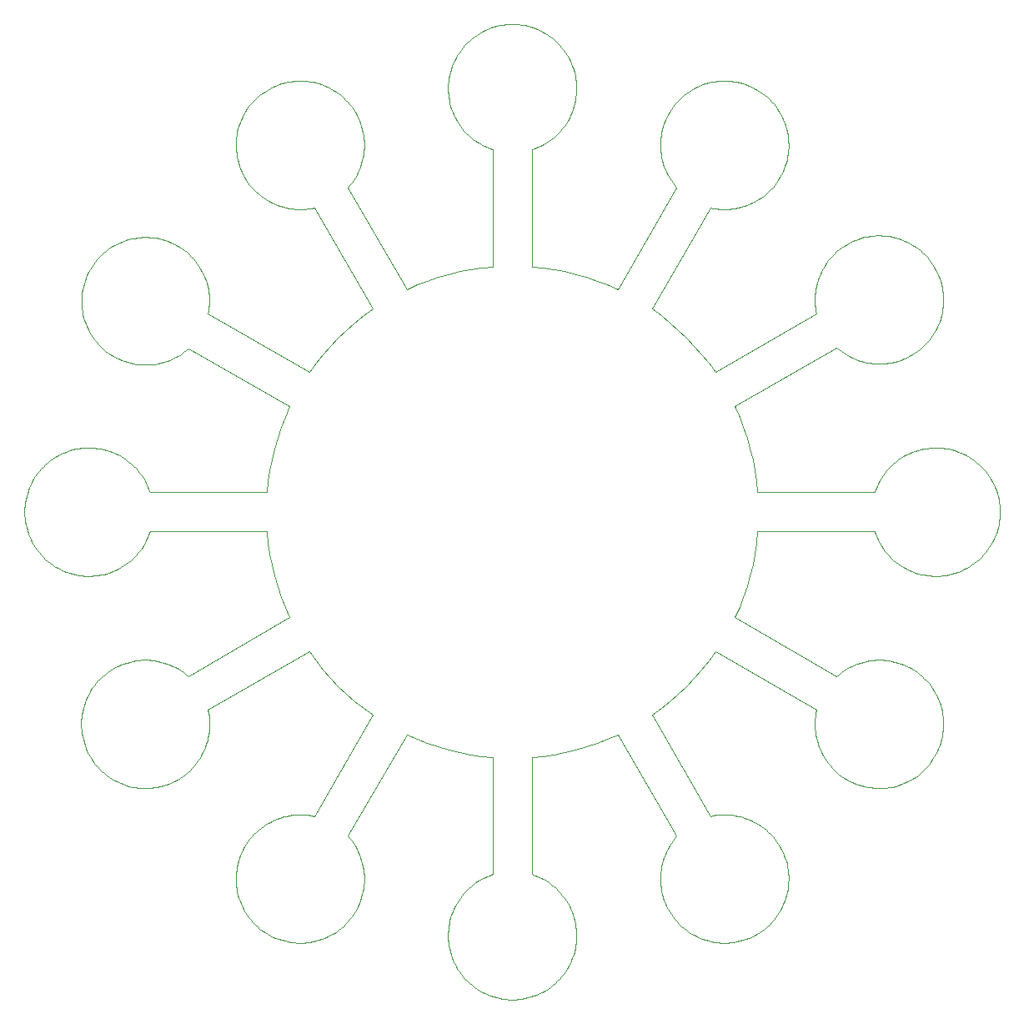
<source format=gtp>
G75*
G70*
%OFA0B0*%
%FSLAX24Y24*%
%IPPOS*%
%LPD*%
%AMOC8*
5,1,8,0,0,1.08239X$1,22.5*
%
%ADD10C,0.0010*%
D10*
X007661Y011913D02*
X007686Y011790D01*
X007705Y011666D01*
X007717Y011541D01*
X007724Y011416D01*
X007724Y011291D01*
X007719Y011166D01*
X007707Y011041D01*
X007689Y010917D01*
X007666Y010794D01*
X007636Y010673D01*
X007600Y010553D01*
X007559Y010434D01*
X007511Y010318D01*
X007458Y010205D01*
X007400Y010094D01*
X007336Y009986D01*
X007268Y009881D01*
X007194Y009780D01*
X007115Y009683D01*
X007032Y009589D01*
X006944Y009500D01*
X006852Y009415D01*
X006755Y009335D01*
X006655Y009259D01*
X006552Y009189D01*
X006445Y009124D01*
X006335Y009064D01*
X006222Y009009D01*
X006107Y008960D01*
X005990Y008917D01*
X005870Y008879D01*
X005749Y008847D01*
X005626Y008822D01*
X005503Y008802D01*
X005378Y008788D01*
X005253Y008781D01*
X005128Y008779D01*
X005003Y008784D01*
X004878Y008795D01*
X004754Y008812D01*
X004630Y008834D01*
X004509Y008863D01*
X004388Y008898D01*
X004270Y008939D01*
X004153Y008985D01*
X004039Y009037D01*
X003928Y009095D01*
X003820Y009158D01*
X003715Y009226D01*
X003613Y009299D01*
X003515Y009377D01*
X003421Y009460D01*
X003331Y009547D01*
X003246Y009639D01*
X003165Y009734D01*
X003088Y009834D01*
X003017Y009937D01*
X002951Y010043D01*
X002890Y010152D01*
X002835Y010265D01*
X002785Y010380D01*
X002741Y010497D01*
X002702Y010616D01*
X002670Y010737D01*
X002643Y010860D01*
X002622Y010983D01*
X002608Y011107D01*
X002599Y011232D01*
X002597Y011358D01*
X002601Y011483D01*
X002611Y011608D01*
X002627Y011732D01*
X002649Y011855D01*
X002677Y011977D01*
X002711Y012098D01*
X002750Y012217D01*
X002796Y012333D01*
X002847Y012448D01*
X002904Y012560D01*
X002966Y012668D01*
X003033Y012774D01*
X003106Y012876D01*
X003183Y012975D01*
X003265Y013069D01*
X003352Y013160D01*
X003443Y013246D01*
X003538Y013328D01*
X003637Y013405D01*
X003739Y013477D01*
X003845Y013544D01*
X003954Y013605D01*
X004066Y013661D01*
X004181Y013712D01*
X004297Y013757D01*
X004416Y013796D01*
X004537Y013830D01*
X004659Y013857D01*
X004783Y013879D01*
X004907Y013894D01*
X005032Y013904D01*
X005157Y013907D01*
X005282Y013904D01*
X005407Y013895D01*
X005532Y013880D01*
X005655Y013859D01*
X005777Y013832D01*
X005898Y013799D01*
X006017Y013760D01*
X006134Y013715D01*
X006249Y013665D01*
X006361Y013609D01*
X006470Y013547D01*
X006576Y013481D01*
X006679Y013409D01*
X006778Y013333D01*
X006874Y013251D01*
X006873Y013251D02*
X010929Y015614D01*
X011716Y014236D02*
X007661Y011913D01*
X011913Y007661D02*
X014236Y011716D01*
X015614Y010929D02*
X013251Y006873D01*
X013251Y006874D02*
X013333Y006778D01*
X013409Y006679D01*
X013481Y006576D01*
X013547Y006470D01*
X013609Y006361D01*
X013665Y006249D01*
X013715Y006134D01*
X013760Y006017D01*
X013799Y005898D01*
X013832Y005777D01*
X013859Y005655D01*
X013880Y005532D01*
X013895Y005407D01*
X013904Y005282D01*
X013907Y005157D01*
X013904Y005032D01*
X013894Y004907D01*
X013879Y004783D01*
X013857Y004659D01*
X013830Y004537D01*
X013796Y004416D01*
X013757Y004297D01*
X013712Y004181D01*
X013661Y004066D01*
X013605Y003954D01*
X013544Y003845D01*
X013477Y003739D01*
X013405Y003637D01*
X013328Y003538D01*
X013246Y003443D01*
X013160Y003352D01*
X013069Y003265D01*
X012975Y003183D01*
X012876Y003106D01*
X012774Y003033D01*
X012668Y002966D01*
X012560Y002904D01*
X012448Y002847D01*
X012333Y002796D01*
X012217Y002750D01*
X012098Y002711D01*
X011977Y002677D01*
X011855Y002649D01*
X011732Y002627D01*
X011608Y002611D01*
X011483Y002601D01*
X011358Y002597D01*
X011232Y002599D01*
X011107Y002608D01*
X010983Y002622D01*
X010860Y002643D01*
X010737Y002670D01*
X010616Y002702D01*
X010497Y002741D01*
X010380Y002785D01*
X010265Y002835D01*
X010152Y002890D01*
X010043Y002951D01*
X009937Y003017D01*
X009834Y003088D01*
X009734Y003165D01*
X009639Y003246D01*
X009547Y003331D01*
X009460Y003421D01*
X009377Y003515D01*
X009299Y003613D01*
X009226Y003715D01*
X009158Y003820D01*
X009095Y003928D01*
X009037Y004039D01*
X008985Y004153D01*
X008939Y004270D01*
X008898Y004388D01*
X008863Y004509D01*
X008834Y004630D01*
X008812Y004754D01*
X008795Y004878D01*
X008784Y005003D01*
X008779Y005128D01*
X008781Y005253D01*
X008788Y005378D01*
X008802Y005503D01*
X008822Y005626D01*
X008847Y005749D01*
X008879Y005870D01*
X008917Y005990D01*
X008960Y006107D01*
X009009Y006222D01*
X009064Y006335D01*
X009124Y006445D01*
X009189Y006552D01*
X009259Y006655D01*
X009335Y006755D01*
X009415Y006852D01*
X009500Y006944D01*
X009589Y007032D01*
X009683Y007115D01*
X009780Y007194D01*
X009881Y007268D01*
X009986Y007336D01*
X010094Y007400D01*
X010205Y007458D01*
X010318Y007511D01*
X010434Y007559D01*
X010553Y007600D01*
X010673Y007636D01*
X010794Y007666D01*
X010917Y007689D01*
X011041Y007707D01*
X011166Y007719D01*
X011291Y007724D01*
X011416Y007724D01*
X011541Y007717D01*
X011666Y007705D01*
X011790Y007686D01*
X011913Y007661D01*
X019039Y005338D02*
X019039Y010023D01*
X020614Y010023D02*
X020614Y005338D01*
X020613Y005338D02*
X020732Y005297D01*
X020848Y005250D01*
X020961Y005197D01*
X021072Y005139D01*
X021180Y005076D01*
X021284Y005007D01*
X021386Y004933D01*
X021483Y004855D01*
X021576Y004772D01*
X021666Y004684D01*
X021751Y004592D01*
X021831Y004497D01*
X021907Y004397D01*
X021977Y004294D01*
X022043Y004187D01*
X022103Y004077D01*
X022158Y003965D01*
X022207Y003850D01*
X022251Y003733D01*
X022289Y003613D01*
X022321Y003492D01*
X022347Y003370D01*
X022367Y003247D01*
X022381Y003122D01*
X022389Y002997D01*
X022391Y002872D01*
X022387Y002747D01*
X022376Y002622D01*
X022360Y002498D01*
X022337Y002375D01*
X022309Y002253D01*
X022275Y002133D01*
X022234Y002015D01*
X022189Y001898D01*
X022137Y001784D01*
X022080Y001673D01*
X022018Y001564D01*
X021950Y001459D01*
X021877Y001357D01*
X021800Y001259D01*
X021718Y001165D01*
X021631Y001075D01*
X021540Y000989D01*
X021445Y000907D01*
X021346Y000831D01*
X021243Y000759D01*
X021137Y000693D01*
X021028Y000631D01*
X020916Y000575D01*
X020802Y000525D01*
X020685Y000480D01*
X020566Y000441D01*
X020445Y000408D01*
X020323Y000381D01*
X020200Y000359D01*
X020076Y000344D01*
X019951Y000335D01*
X019826Y000332D01*
X019701Y000335D01*
X019576Y000344D01*
X019452Y000359D01*
X019329Y000381D01*
X019207Y000408D01*
X019086Y000441D01*
X018967Y000480D01*
X018850Y000525D01*
X018736Y000575D01*
X018624Y000631D01*
X018515Y000693D01*
X018409Y000759D01*
X018306Y000831D01*
X018207Y000907D01*
X018112Y000989D01*
X018021Y001075D01*
X017934Y001165D01*
X017852Y001259D01*
X017775Y001357D01*
X017702Y001459D01*
X017634Y001564D01*
X017572Y001673D01*
X017515Y001784D01*
X017463Y001898D01*
X017418Y002015D01*
X017377Y002133D01*
X017343Y002253D01*
X017315Y002375D01*
X017292Y002498D01*
X017276Y002622D01*
X017265Y002747D01*
X017261Y002872D01*
X017263Y002997D01*
X017271Y003122D01*
X017285Y003247D01*
X017305Y003370D01*
X017331Y003492D01*
X017363Y003613D01*
X017401Y003733D01*
X017445Y003850D01*
X017494Y003965D01*
X017549Y004077D01*
X017609Y004187D01*
X017675Y004294D01*
X017745Y004397D01*
X017821Y004497D01*
X017901Y004592D01*
X017986Y004684D01*
X018076Y004772D01*
X018169Y004855D01*
X018266Y004933D01*
X018368Y005007D01*
X018472Y005076D01*
X018580Y005139D01*
X018691Y005197D01*
X018804Y005250D01*
X018920Y005297D01*
X019039Y005338D01*
X024039Y010929D02*
X026401Y006873D01*
X027740Y007661D02*
X025417Y011716D01*
X027936Y014236D02*
X031991Y011913D01*
X032779Y013251D02*
X028724Y015614D01*
X029629Y019039D02*
X034314Y019039D01*
X034314Y020614D02*
X029629Y020614D01*
X028724Y024039D02*
X032779Y026401D01*
X031991Y027740D02*
X027936Y025417D01*
X025417Y027936D02*
X027740Y031991D01*
X026401Y032779D02*
X024039Y028724D01*
X020614Y029629D02*
X020614Y034314D01*
X019039Y034314D02*
X019039Y029629D01*
X015614Y028724D02*
X013251Y032779D01*
X011913Y031991D02*
X014236Y027936D01*
X011716Y025417D02*
X007661Y027740D01*
X006873Y026362D02*
X010929Y024039D01*
X010023Y020614D02*
X005338Y020614D01*
X005338Y019039D02*
X010023Y019039D01*
X005338Y019039D02*
X005297Y018920D01*
X005250Y018804D01*
X005197Y018691D01*
X005139Y018580D01*
X005076Y018472D01*
X005007Y018368D01*
X004933Y018266D01*
X004855Y018169D01*
X004772Y018076D01*
X004684Y017986D01*
X004592Y017901D01*
X004497Y017821D01*
X004397Y017745D01*
X004294Y017675D01*
X004187Y017609D01*
X004077Y017549D01*
X003965Y017494D01*
X003850Y017445D01*
X003733Y017401D01*
X003613Y017363D01*
X003492Y017331D01*
X003370Y017305D01*
X003247Y017285D01*
X003122Y017271D01*
X002997Y017263D01*
X002872Y017261D01*
X002747Y017265D01*
X002622Y017276D01*
X002498Y017292D01*
X002375Y017315D01*
X002253Y017343D01*
X002133Y017377D01*
X002015Y017418D01*
X001898Y017463D01*
X001784Y017515D01*
X001673Y017572D01*
X001564Y017634D01*
X001459Y017702D01*
X001357Y017775D01*
X001259Y017852D01*
X001165Y017934D01*
X001075Y018021D01*
X000989Y018112D01*
X000907Y018207D01*
X000831Y018306D01*
X000759Y018409D01*
X000693Y018515D01*
X000631Y018624D01*
X000575Y018736D01*
X000525Y018850D01*
X000480Y018967D01*
X000441Y019086D01*
X000408Y019207D01*
X000381Y019329D01*
X000359Y019452D01*
X000344Y019576D01*
X000335Y019701D01*
X000332Y019826D01*
X000335Y019951D01*
X000344Y020076D01*
X000359Y020200D01*
X000381Y020323D01*
X000408Y020445D01*
X000441Y020566D01*
X000480Y020685D01*
X000525Y020802D01*
X000575Y020916D01*
X000631Y021028D01*
X000693Y021137D01*
X000759Y021243D01*
X000831Y021346D01*
X000907Y021445D01*
X000989Y021540D01*
X001075Y021631D01*
X001165Y021718D01*
X001259Y021800D01*
X001357Y021877D01*
X001459Y021950D01*
X001564Y022018D01*
X001673Y022080D01*
X001784Y022137D01*
X001898Y022189D01*
X002015Y022234D01*
X002133Y022275D01*
X002253Y022309D01*
X002375Y022337D01*
X002498Y022360D01*
X002622Y022376D01*
X002747Y022387D01*
X002872Y022391D01*
X002997Y022389D01*
X003122Y022381D01*
X003247Y022367D01*
X003370Y022347D01*
X003492Y022321D01*
X003613Y022289D01*
X003733Y022251D01*
X003850Y022207D01*
X003965Y022158D01*
X004077Y022103D01*
X004187Y022043D01*
X004294Y021977D01*
X004397Y021907D01*
X004497Y021831D01*
X004592Y021751D01*
X004684Y021666D01*
X004772Y021576D01*
X004855Y021483D01*
X004933Y021386D01*
X005007Y021284D01*
X005076Y021180D01*
X005139Y021072D01*
X005197Y020961D01*
X005250Y020848D01*
X005297Y020732D01*
X005338Y020613D01*
X006873Y026362D02*
X006779Y026281D01*
X006681Y026204D01*
X006580Y026133D01*
X006475Y026066D01*
X006366Y026005D01*
X006255Y025949D01*
X006142Y025898D01*
X006026Y025853D01*
X005908Y025814D01*
X005788Y025780D01*
X005667Y025753D01*
X005545Y025731D01*
X005421Y025715D01*
X005298Y025706D01*
X005173Y025702D01*
X005049Y025704D01*
X004925Y025713D01*
X004801Y025727D01*
X004679Y025748D01*
X004557Y025774D01*
X004437Y025807D01*
X004319Y025845D01*
X004203Y025889D01*
X004089Y025938D01*
X003977Y025993D01*
X003869Y026053D01*
X003763Y026119D01*
X003661Y026190D01*
X003562Y026265D01*
X003467Y026345D01*
X003376Y026430D01*
X003289Y026519D01*
X003207Y026612D01*
X003129Y026710D01*
X003057Y026810D01*
X002989Y026914D01*
X002926Y027022D01*
X002869Y027132D01*
X002817Y027245D01*
X002771Y027360D01*
X002730Y027478D01*
X002695Y027597D01*
X002666Y027718D01*
X002643Y027840D01*
X002626Y027963D01*
X002614Y028087D01*
X002609Y028211D01*
X002610Y028336D01*
X002617Y028460D01*
X002630Y028583D01*
X002649Y028706D01*
X002674Y028828D01*
X002705Y028948D01*
X002742Y029067D01*
X002784Y029184D01*
X002833Y029299D01*
X002886Y029411D01*
X002945Y029520D01*
X003010Y029627D01*
X003079Y029730D01*
X003153Y029829D01*
X003232Y029925D01*
X003316Y030017D01*
X003404Y030105D01*
X003496Y030188D01*
X003592Y030267D01*
X003692Y030341D01*
X003796Y030410D01*
X003902Y030474D01*
X004012Y030533D01*
X004124Y030586D01*
X004239Y030634D01*
X004356Y030676D01*
X004475Y030712D01*
X004595Y030743D01*
X004717Y030767D01*
X004840Y030786D01*
X004964Y030798D01*
X005088Y030805D01*
X005212Y030805D01*
X005336Y030800D01*
X005460Y030788D01*
X005583Y030771D01*
X005705Y030747D01*
X005826Y030718D01*
X005945Y030683D01*
X006063Y030641D01*
X006178Y030595D01*
X006291Y030542D01*
X006401Y030485D01*
X006508Y030422D01*
X006612Y030354D01*
X006712Y030280D01*
X006809Y030202D01*
X006902Y030120D01*
X006991Y030033D01*
X007075Y029942D01*
X007155Y029846D01*
X007230Y029747D01*
X007301Y029645D01*
X007366Y029539D01*
X007426Y029430D01*
X007480Y029319D01*
X007529Y029204D01*
X007573Y029088D01*
X007611Y028969D01*
X007643Y028849D01*
X007669Y028728D01*
X007689Y028605D01*
X007703Y028482D01*
X007711Y028357D01*
X007713Y028233D01*
X007709Y028109D01*
X007699Y027985D01*
X007683Y027862D01*
X007661Y027739D01*
X011913Y031991D02*
X011790Y031966D01*
X011666Y031947D01*
X011541Y031935D01*
X011416Y031928D01*
X011291Y031928D01*
X011166Y031933D01*
X011041Y031945D01*
X010917Y031963D01*
X010794Y031986D01*
X010673Y032016D01*
X010553Y032052D01*
X010434Y032093D01*
X010318Y032141D01*
X010205Y032194D01*
X010094Y032252D01*
X009986Y032316D01*
X009881Y032384D01*
X009780Y032458D01*
X009683Y032537D01*
X009589Y032620D01*
X009500Y032708D01*
X009415Y032800D01*
X009335Y032897D01*
X009259Y032997D01*
X009189Y033100D01*
X009124Y033207D01*
X009064Y033317D01*
X009009Y033430D01*
X008960Y033545D01*
X008917Y033662D01*
X008879Y033782D01*
X008847Y033903D01*
X008822Y034026D01*
X008802Y034149D01*
X008788Y034274D01*
X008781Y034399D01*
X008779Y034524D01*
X008784Y034649D01*
X008795Y034774D01*
X008812Y034898D01*
X008834Y035022D01*
X008863Y035143D01*
X008898Y035264D01*
X008939Y035382D01*
X008985Y035499D01*
X009037Y035613D01*
X009095Y035724D01*
X009158Y035832D01*
X009226Y035937D01*
X009299Y036039D01*
X009377Y036137D01*
X009460Y036231D01*
X009547Y036321D01*
X009639Y036406D01*
X009734Y036487D01*
X009834Y036564D01*
X009937Y036635D01*
X010043Y036701D01*
X010152Y036762D01*
X010265Y036817D01*
X010380Y036867D01*
X010497Y036911D01*
X010616Y036950D01*
X010737Y036982D01*
X010860Y037009D01*
X010983Y037030D01*
X011107Y037044D01*
X011232Y037053D01*
X011358Y037055D01*
X011483Y037051D01*
X011608Y037041D01*
X011732Y037025D01*
X011855Y037003D01*
X011977Y036975D01*
X012098Y036941D01*
X012217Y036902D01*
X012333Y036856D01*
X012448Y036805D01*
X012560Y036748D01*
X012668Y036686D01*
X012774Y036619D01*
X012876Y036546D01*
X012975Y036469D01*
X013069Y036387D01*
X013160Y036300D01*
X013246Y036209D01*
X013328Y036114D01*
X013405Y036015D01*
X013477Y035913D01*
X013544Y035807D01*
X013605Y035698D01*
X013661Y035586D01*
X013712Y035471D01*
X013757Y035355D01*
X013796Y035236D01*
X013830Y035115D01*
X013857Y034993D01*
X013879Y034869D01*
X013894Y034745D01*
X013904Y034620D01*
X013907Y034495D01*
X013904Y034370D01*
X013895Y034245D01*
X013880Y034120D01*
X013859Y033997D01*
X013832Y033875D01*
X013799Y033754D01*
X013760Y033635D01*
X013715Y033518D01*
X013665Y033403D01*
X013609Y033291D01*
X013547Y033182D01*
X013481Y033076D01*
X013409Y032973D01*
X013333Y032874D01*
X013251Y032778D01*
X019039Y034314D02*
X018920Y034355D01*
X018804Y034402D01*
X018691Y034455D01*
X018580Y034513D01*
X018472Y034576D01*
X018368Y034645D01*
X018266Y034719D01*
X018169Y034797D01*
X018076Y034880D01*
X017986Y034968D01*
X017901Y035060D01*
X017821Y035155D01*
X017745Y035255D01*
X017675Y035358D01*
X017609Y035465D01*
X017549Y035575D01*
X017494Y035687D01*
X017445Y035802D01*
X017401Y035919D01*
X017363Y036039D01*
X017331Y036160D01*
X017305Y036282D01*
X017285Y036405D01*
X017271Y036530D01*
X017263Y036655D01*
X017261Y036780D01*
X017265Y036905D01*
X017276Y037030D01*
X017292Y037154D01*
X017315Y037277D01*
X017343Y037399D01*
X017377Y037519D01*
X017418Y037637D01*
X017463Y037754D01*
X017515Y037868D01*
X017572Y037979D01*
X017634Y038088D01*
X017702Y038193D01*
X017775Y038295D01*
X017852Y038393D01*
X017934Y038487D01*
X018021Y038577D01*
X018112Y038663D01*
X018207Y038745D01*
X018306Y038821D01*
X018409Y038893D01*
X018515Y038959D01*
X018624Y039021D01*
X018736Y039077D01*
X018850Y039127D01*
X018967Y039172D01*
X019086Y039211D01*
X019207Y039244D01*
X019329Y039271D01*
X019452Y039293D01*
X019576Y039308D01*
X019701Y039317D01*
X019826Y039320D01*
X019951Y039317D01*
X020076Y039308D01*
X020200Y039293D01*
X020323Y039271D01*
X020445Y039244D01*
X020566Y039211D01*
X020685Y039172D01*
X020802Y039127D01*
X020916Y039077D01*
X021028Y039021D01*
X021137Y038959D01*
X021243Y038893D01*
X021346Y038821D01*
X021445Y038745D01*
X021540Y038663D01*
X021631Y038577D01*
X021718Y038487D01*
X021800Y038393D01*
X021877Y038295D01*
X021950Y038193D01*
X022018Y038088D01*
X022080Y037979D01*
X022137Y037868D01*
X022189Y037754D01*
X022234Y037637D01*
X022275Y037519D01*
X022309Y037399D01*
X022337Y037277D01*
X022360Y037154D01*
X022376Y037030D01*
X022387Y036905D01*
X022391Y036780D01*
X022389Y036655D01*
X022381Y036530D01*
X022367Y036405D01*
X022347Y036282D01*
X022321Y036160D01*
X022289Y036039D01*
X022251Y035919D01*
X022207Y035802D01*
X022158Y035687D01*
X022103Y035575D01*
X022043Y035465D01*
X021977Y035358D01*
X021907Y035255D01*
X021831Y035155D01*
X021751Y035060D01*
X021666Y034968D01*
X021576Y034880D01*
X021483Y034797D01*
X021386Y034719D01*
X021284Y034645D01*
X021180Y034576D01*
X021072Y034513D01*
X020961Y034455D01*
X020848Y034402D01*
X020732Y034355D01*
X020613Y034314D01*
X026401Y032778D02*
X026319Y032874D01*
X026243Y032973D01*
X026171Y033076D01*
X026105Y033182D01*
X026043Y033291D01*
X025987Y033403D01*
X025937Y033518D01*
X025892Y033635D01*
X025853Y033754D01*
X025820Y033875D01*
X025793Y033997D01*
X025772Y034120D01*
X025757Y034245D01*
X025748Y034370D01*
X025745Y034495D01*
X025748Y034620D01*
X025758Y034745D01*
X025773Y034869D01*
X025795Y034993D01*
X025822Y035115D01*
X025856Y035236D01*
X025895Y035355D01*
X025940Y035471D01*
X025991Y035586D01*
X026047Y035698D01*
X026108Y035807D01*
X026175Y035913D01*
X026247Y036015D01*
X026324Y036114D01*
X026406Y036209D01*
X026492Y036300D01*
X026583Y036387D01*
X026677Y036469D01*
X026776Y036546D01*
X026878Y036619D01*
X026984Y036686D01*
X027092Y036748D01*
X027204Y036805D01*
X027319Y036856D01*
X027435Y036902D01*
X027554Y036941D01*
X027675Y036975D01*
X027797Y037003D01*
X027920Y037025D01*
X028044Y037041D01*
X028169Y037051D01*
X028294Y037055D01*
X028420Y037053D01*
X028545Y037044D01*
X028669Y037030D01*
X028792Y037009D01*
X028915Y036982D01*
X029036Y036950D01*
X029155Y036911D01*
X029272Y036867D01*
X029387Y036817D01*
X029500Y036762D01*
X029609Y036701D01*
X029715Y036635D01*
X029818Y036564D01*
X029918Y036487D01*
X030013Y036406D01*
X030105Y036321D01*
X030192Y036231D01*
X030275Y036137D01*
X030353Y036039D01*
X030426Y035937D01*
X030494Y035832D01*
X030557Y035724D01*
X030615Y035613D01*
X030667Y035499D01*
X030713Y035382D01*
X030754Y035264D01*
X030789Y035143D01*
X030818Y035022D01*
X030840Y034898D01*
X030857Y034774D01*
X030868Y034649D01*
X030873Y034524D01*
X030871Y034399D01*
X030864Y034274D01*
X030850Y034149D01*
X030830Y034026D01*
X030805Y033903D01*
X030773Y033782D01*
X030735Y033662D01*
X030692Y033545D01*
X030643Y033430D01*
X030588Y033317D01*
X030528Y033207D01*
X030463Y033100D01*
X030393Y032997D01*
X030317Y032897D01*
X030237Y032800D01*
X030152Y032708D01*
X030063Y032620D01*
X029969Y032537D01*
X029872Y032458D01*
X029771Y032384D01*
X029666Y032316D01*
X029558Y032252D01*
X029447Y032194D01*
X029334Y032141D01*
X029218Y032093D01*
X029099Y032052D01*
X028979Y032016D01*
X028858Y031986D01*
X028735Y031963D01*
X028611Y031945D01*
X028486Y031933D01*
X028361Y031928D01*
X028236Y031928D01*
X028111Y031935D01*
X027986Y031947D01*
X027862Y031966D01*
X027739Y031991D01*
X031991Y027739D02*
X031966Y027862D01*
X031947Y027986D01*
X031935Y028111D01*
X031928Y028236D01*
X031928Y028361D01*
X031933Y028486D01*
X031945Y028611D01*
X031963Y028735D01*
X031986Y028858D01*
X032016Y028979D01*
X032052Y029099D01*
X032093Y029218D01*
X032141Y029334D01*
X032194Y029447D01*
X032252Y029558D01*
X032316Y029666D01*
X032384Y029771D01*
X032458Y029872D01*
X032537Y029969D01*
X032620Y030063D01*
X032708Y030152D01*
X032800Y030237D01*
X032897Y030317D01*
X032997Y030393D01*
X033100Y030463D01*
X033207Y030528D01*
X033317Y030588D01*
X033430Y030643D01*
X033545Y030692D01*
X033662Y030735D01*
X033782Y030773D01*
X033903Y030805D01*
X034026Y030830D01*
X034149Y030850D01*
X034274Y030864D01*
X034399Y030871D01*
X034524Y030873D01*
X034649Y030868D01*
X034774Y030857D01*
X034898Y030840D01*
X035022Y030818D01*
X035143Y030789D01*
X035264Y030754D01*
X035382Y030713D01*
X035499Y030667D01*
X035613Y030615D01*
X035724Y030557D01*
X035832Y030494D01*
X035937Y030426D01*
X036039Y030353D01*
X036137Y030275D01*
X036231Y030192D01*
X036321Y030105D01*
X036406Y030013D01*
X036487Y029918D01*
X036564Y029818D01*
X036635Y029715D01*
X036701Y029609D01*
X036762Y029500D01*
X036817Y029387D01*
X036867Y029272D01*
X036911Y029155D01*
X036950Y029036D01*
X036982Y028915D01*
X037009Y028792D01*
X037030Y028669D01*
X037044Y028545D01*
X037053Y028420D01*
X037055Y028294D01*
X037051Y028169D01*
X037041Y028044D01*
X037025Y027920D01*
X037003Y027797D01*
X036975Y027675D01*
X036941Y027554D01*
X036902Y027435D01*
X036856Y027319D01*
X036805Y027204D01*
X036748Y027092D01*
X036686Y026984D01*
X036619Y026878D01*
X036546Y026776D01*
X036469Y026677D01*
X036387Y026583D01*
X036300Y026492D01*
X036209Y026406D01*
X036114Y026324D01*
X036015Y026247D01*
X035913Y026175D01*
X035807Y026108D01*
X035698Y026047D01*
X035586Y025991D01*
X035471Y025940D01*
X035355Y025895D01*
X035236Y025856D01*
X035115Y025822D01*
X034993Y025795D01*
X034869Y025773D01*
X034745Y025758D01*
X034620Y025748D01*
X034495Y025745D01*
X034370Y025748D01*
X034245Y025757D01*
X034120Y025772D01*
X033997Y025793D01*
X033875Y025820D01*
X033754Y025853D01*
X033635Y025892D01*
X033518Y025937D01*
X033403Y025987D01*
X033291Y026043D01*
X033182Y026105D01*
X033076Y026171D01*
X032973Y026243D01*
X032874Y026319D01*
X032778Y026401D01*
X034314Y020613D02*
X034355Y020732D01*
X034402Y020848D01*
X034455Y020961D01*
X034513Y021072D01*
X034576Y021180D01*
X034645Y021284D01*
X034719Y021386D01*
X034797Y021483D01*
X034880Y021576D01*
X034968Y021666D01*
X035060Y021751D01*
X035155Y021831D01*
X035255Y021907D01*
X035358Y021977D01*
X035465Y022043D01*
X035575Y022103D01*
X035687Y022158D01*
X035802Y022207D01*
X035919Y022251D01*
X036039Y022289D01*
X036160Y022321D01*
X036282Y022347D01*
X036405Y022367D01*
X036530Y022381D01*
X036655Y022389D01*
X036780Y022391D01*
X036905Y022387D01*
X037030Y022376D01*
X037154Y022360D01*
X037277Y022337D01*
X037399Y022309D01*
X037519Y022275D01*
X037637Y022234D01*
X037754Y022189D01*
X037868Y022137D01*
X037979Y022080D01*
X038088Y022018D01*
X038193Y021950D01*
X038295Y021877D01*
X038393Y021800D01*
X038487Y021718D01*
X038577Y021631D01*
X038663Y021540D01*
X038745Y021445D01*
X038821Y021346D01*
X038893Y021243D01*
X038959Y021137D01*
X039021Y021028D01*
X039077Y020916D01*
X039127Y020802D01*
X039172Y020685D01*
X039211Y020566D01*
X039244Y020445D01*
X039271Y020323D01*
X039293Y020200D01*
X039308Y020076D01*
X039317Y019951D01*
X039320Y019826D01*
X039317Y019701D01*
X039308Y019576D01*
X039293Y019452D01*
X039271Y019329D01*
X039244Y019207D01*
X039211Y019086D01*
X039172Y018967D01*
X039127Y018850D01*
X039077Y018736D01*
X039021Y018624D01*
X038959Y018515D01*
X038893Y018409D01*
X038821Y018306D01*
X038745Y018207D01*
X038663Y018112D01*
X038577Y018021D01*
X038487Y017934D01*
X038393Y017852D01*
X038295Y017775D01*
X038193Y017702D01*
X038088Y017634D01*
X037979Y017572D01*
X037868Y017515D01*
X037754Y017463D01*
X037637Y017418D01*
X037519Y017377D01*
X037399Y017343D01*
X037277Y017315D01*
X037154Y017292D01*
X037030Y017276D01*
X036905Y017265D01*
X036780Y017261D01*
X036655Y017263D01*
X036530Y017271D01*
X036405Y017285D01*
X036282Y017305D01*
X036160Y017331D01*
X036039Y017363D01*
X035919Y017401D01*
X035802Y017445D01*
X035687Y017494D01*
X035575Y017549D01*
X035465Y017609D01*
X035358Y017675D01*
X035255Y017745D01*
X035155Y017821D01*
X035060Y017901D01*
X034968Y017986D01*
X034880Y018076D01*
X034797Y018169D01*
X034719Y018266D01*
X034645Y018368D01*
X034576Y018472D01*
X034513Y018580D01*
X034455Y018691D01*
X034402Y018804D01*
X034355Y018920D01*
X034314Y019039D01*
X032778Y013251D02*
X032874Y013333D01*
X032973Y013409D01*
X033076Y013481D01*
X033182Y013547D01*
X033291Y013609D01*
X033403Y013665D01*
X033518Y013715D01*
X033635Y013760D01*
X033754Y013799D01*
X033875Y013832D01*
X033997Y013859D01*
X034120Y013880D01*
X034245Y013895D01*
X034370Y013904D01*
X034495Y013907D01*
X034620Y013904D01*
X034745Y013894D01*
X034869Y013879D01*
X034993Y013857D01*
X035115Y013830D01*
X035236Y013796D01*
X035355Y013757D01*
X035471Y013712D01*
X035586Y013661D01*
X035698Y013605D01*
X035807Y013544D01*
X035913Y013477D01*
X036015Y013405D01*
X036114Y013328D01*
X036209Y013246D01*
X036300Y013160D01*
X036387Y013069D01*
X036469Y012975D01*
X036546Y012876D01*
X036619Y012774D01*
X036686Y012668D01*
X036748Y012560D01*
X036805Y012448D01*
X036856Y012333D01*
X036902Y012217D01*
X036941Y012098D01*
X036975Y011977D01*
X037003Y011855D01*
X037025Y011732D01*
X037041Y011608D01*
X037051Y011483D01*
X037055Y011358D01*
X037053Y011232D01*
X037044Y011107D01*
X037030Y010983D01*
X037009Y010860D01*
X036982Y010737D01*
X036950Y010616D01*
X036911Y010497D01*
X036867Y010380D01*
X036817Y010265D01*
X036762Y010152D01*
X036701Y010043D01*
X036635Y009937D01*
X036564Y009834D01*
X036487Y009734D01*
X036406Y009639D01*
X036321Y009547D01*
X036231Y009460D01*
X036137Y009377D01*
X036039Y009299D01*
X035937Y009226D01*
X035832Y009158D01*
X035724Y009095D01*
X035613Y009037D01*
X035499Y008985D01*
X035382Y008939D01*
X035264Y008898D01*
X035143Y008863D01*
X035022Y008834D01*
X034898Y008812D01*
X034774Y008795D01*
X034649Y008784D01*
X034524Y008779D01*
X034399Y008781D01*
X034274Y008788D01*
X034149Y008802D01*
X034026Y008822D01*
X033903Y008847D01*
X033782Y008879D01*
X033662Y008917D01*
X033545Y008960D01*
X033430Y009009D01*
X033317Y009064D01*
X033207Y009124D01*
X033100Y009189D01*
X032997Y009259D01*
X032897Y009335D01*
X032800Y009415D01*
X032708Y009500D01*
X032620Y009589D01*
X032537Y009683D01*
X032458Y009780D01*
X032384Y009881D01*
X032316Y009986D01*
X032252Y010094D01*
X032194Y010205D01*
X032141Y010318D01*
X032093Y010434D01*
X032052Y010553D01*
X032016Y010673D01*
X031986Y010794D01*
X031963Y010917D01*
X031945Y011041D01*
X031933Y011166D01*
X031928Y011291D01*
X031928Y011416D01*
X031935Y011541D01*
X031947Y011666D01*
X031966Y011790D01*
X031991Y011913D01*
X027739Y007661D02*
X027862Y007686D01*
X027986Y007705D01*
X028111Y007717D01*
X028236Y007724D01*
X028361Y007724D01*
X028486Y007719D01*
X028611Y007707D01*
X028735Y007689D01*
X028858Y007666D01*
X028979Y007636D01*
X029099Y007600D01*
X029218Y007559D01*
X029334Y007511D01*
X029447Y007458D01*
X029558Y007400D01*
X029666Y007336D01*
X029771Y007268D01*
X029872Y007194D01*
X029969Y007115D01*
X030063Y007032D01*
X030152Y006944D01*
X030237Y006852D01*
X030317Y006755D01*
X030393Y006655D01*
X030463Y006552D01*
X030528Y006445D01*
X030588Y006335D01*
X030643Y006222D01*
X030692Y006107D01*
X030735Y005990D01*
X030773Y005870D01*
X030805Y005749D01*
X030830Y005626D01*
X030850Y005503D01*
X030864Y005378D01*
X030871Y005253D01*
X030873Y005128D01*
X030868Y005003D01*
X030857Y004878D01*
X030840Y004754D01*
X030818Y004630D01*
X030789Y004509D01*
X030754Y004388D01*
X030713Y004270D01*
X030667Y004153D01*
X030615Y004039D01*
X030557Y003928D01*
X030494Y003820D01*
X030426Y003715D01*
X030353Y003613D01*
X030275Y003515D01*
X030192Y003421D01*
X030105Y003331D01*
X030013Y003246D01*
X029918Y003165D01*
X029818Y003088D01*
X029715Y003017D01*
X029609Y002951D01*
X029500Y002890D01*
X029387Y002835D01*
X029272Y002785D01*
X029155Y002741D01*
X029036Y002702D01*
X028915Y002670D01*
X028792Y002643D01*
X028669Y002622D01*
X028545Y002608D01*
X028420Y002599D01*
X028294Y002597D01*
X028169Y002601D01*
X028044Y002611D01*
X027920Y002627D01*
X027797Y002649D01*
X027675Y002677D01*
X027554Y002711D01*
X027435Y002750D01*
X027319Y002796D01*
X027204Y002847D01*
X027092Y002904D01*
X026984Y002966D01*
X026878Y003033D01*
X026776Y003106D01*
X026677Y003183D01*
X026583Y003265D01*
X026492Y003352D01*
X026406Y003443D01*
X026324Y003538D01*
X026247Y003637D01*
X026175Y003739D01*
X026108Y003845D01*
X026047Y003954D01*
X025991Y004066D01*
X025940Y004181D01*
X025895Y004297D01*
X025856Y004416D01*
X025822Y004537D01*
X025795Y004659D01*
X025773Y004783D01*
X025758Y004907D01*
X025748Y005032D01*
X025745Y005157D01*
X025748Y005282D01*
X025757Y005407D01*
X025772Y005532D01*
X025793Y005655D01*
X025820Y005777D01*
X025853Y005898D01*
X025892Y006017D01*
X025937Y006134D01*
X025987Y006249D01*
X026043Y006361D01*
X026105Y006470D01*
X026171Y006576D01*
X026243Y006679D01*
X026319Y006778D01*
X026401Y006874D01*
X028724Y015613D02*
X028904Y016020D01*
X029066Y016435D01*
X029209Y016857D01*
X029332Y017285D01*
X029436Y017718D01*
X029521Y018155D01*
X029585Y018596D01*
X029630Y019039D01*
X024039Y028724D02*
X023632Y028904D01*
X023217Y029066D01*
X022795Y029209D01*
X022367Y029332D01*
X021934Y029436D01*
X021497Y029521D01*
X021056Y029585D01*
X020613Y029630D01*
X028724Y024039D02*
X028904Y023632D01*
X029066Y023217D01*
X029209Y022795D01*
X029332Y022367D01*
X029436Y021934D01*
X029521Y021497D01*
X029585Y021056D01*
X029630Y020613D01*
X024039Y010928D02*
X023632Y010748D01*
X023217Y010586D01*
X022795Y010443D01*
X022367Y010320D01*
X021934Y010216D01*
X021497Y010131D01*
X021056Y010067D01*
X020613Y010022D01*
X010928Y015613D02*
X010748Y016020D01*
X010586Y016435D01*
X010443Y016857D01*
X010320Y017285D01*
X010216Y017718D01*
X010131Y018155D01*
X010067Y018596D01*
X010022Y019039D01*
X015613Y028724D02*
X016020Y028904D01*
X016435Y029066D01*
X016857Y029209D01*
X017285Y029332D01*
X017718Y029436D01*
X018155Y029521D01*
X018596Y029585D01*
X019039Y029630D01*
X010928Y024039D02*
X010748Y023632D01*
X010586Y023217D01*
X010443Y022795D01*
X010320Y022367D01*
X010216Y021934D01*
X010131Y021497D01*
X010067Y021056D01*
X010022Y020613D01*
X015613Y010928D02*
X016020Y010748D01*
X016435Y010586D01*
X016857Y010443D01*
X017285Y010320D01*
X017718Y010216D01*
X018155Y010131D01*
X018596Y010067D01*
X019039Y010022D01*
X025416Y011716D02*
X025779Y011979D01*
X026130Y012257D01*
X026467Y012552D01*
X026791Y012861D01*
X027100Y013185D01*
X027395Y013522D01*
X027673Y013873D01*
X027936Y014236D01*
X027936Y025416D02*
X027673Y025779D01*
X027395Y026130D01*
X027100Y026467D01*
X026791Y026791D01*
X026467Y027100D01*
X026130Y027395D01*
X025779Y027673D01*
X025416Y027936D01*
X011716Y014236D02*
X011979Y013873D01*
X012257Y013522D01*
X012552Y013185D01*
X012861Y012861D01*
X013185Y012552D01*
X013522Y012257D01*
X013873Y011979D01*
X014236Y011716D01*
X011716Y025416D02*
X011979Y025779D01*
X012257Y026130D01*
X012552Y026467D01*
X012861Y026791D01*
X013185Y027100D01*
X013522Y027395D01*
X013873Y027673D01*
X014236Y027936D01*
M02*

</source>
